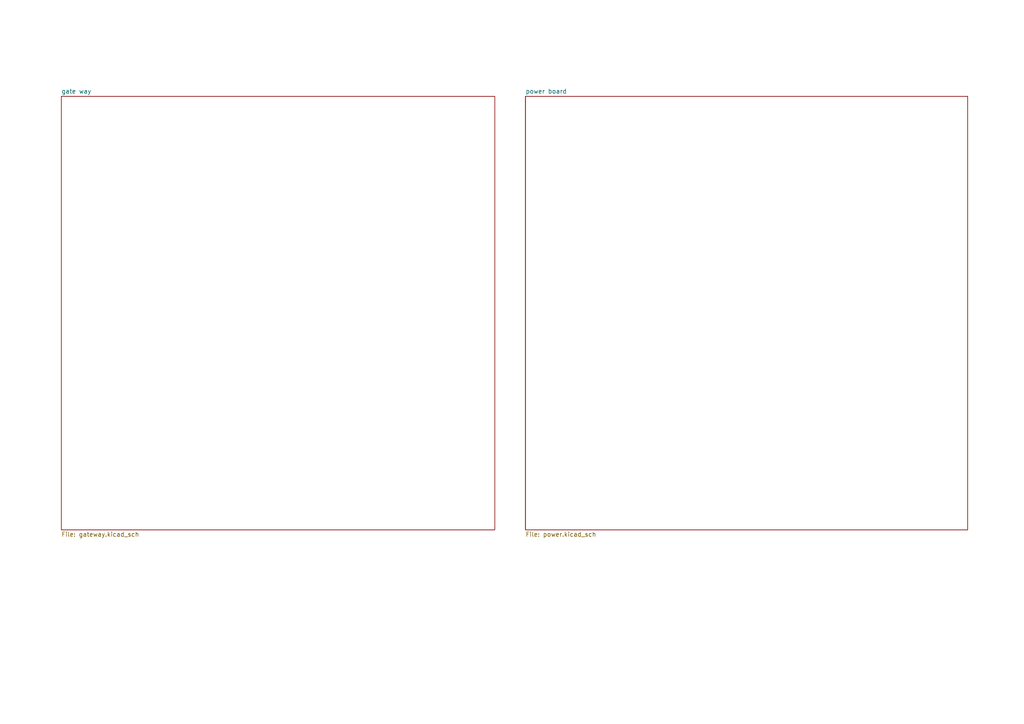
<source format=kicad_sch>
(kicad_sch
	(version 20250114)
	(generator "eeschema")
	(generator_version "9.0")
	(uuid "28dd5718-f0db-4cd1-9b2d-c2f5533a75a3")
	(paper "A4")
	(title_block
		(title "GENERAL  DESIGN SHEET")
		(company "AdeMNEA IoT-ra")
		(comment 1 "Designed By TN Muhanguzi")
		(comment 2 "For MPSE Research at Makerere University")
	)
	(lib_symbols)
	(sheet
		(at 152.4 27.94)
		(size 128.27 125.73)
		(exclude_from_sim no)
		(in_bom yes)
		(on_board yes)
		(dnp no)
		(fields_autoplaced yes)
		(stroke
			(width 0.1524)
			(type solid)
		)
		(fill
			(color 0 0 0 0.0000)
		)
		(uuid "4ecbf471-21e7-4b8d-82a4-6ddc1c8d89c4")
		(property "Sheetname" "power board"
			(at 152.4 27.2284 0)
			(effects
				(font
					(size 1.27 1.27)
				)
				(justify left bottom)
			)
		)
		(property "Sheetfile" "power.kicad_sch"
			(at 152.4 154.2546 0)
			(effects
				(font
					(size 1.27 1.27)
				)
				(justify left top)
			)
		)
		(instances
			(project "AWS PROJECT"
				(path "/28dd5718-f0db-4cd1-9b2d-c2f5533a75a3"
					(page "3")
				)
			)
		)
	)
	(sheet
		(at 17.78 27.94)
		(size 125.73 125.73)
		(exclude_from_sim no)
		(in_bom yes)
		(on_board yes)
		(dnp no)
		(fields_autoplaced yes)
		(stroke
			(width 0.1524)
			(type solid)
		)
		(fill
			(color 0 0 0 0.0000)
		)
		(uuid "918a84d0-2382-4e9e-a083-abfab5a808df")
		(property "Sheetname" "gate way"
			(at 17.78 27.2284 0)
			(effects
				(font
					(size 1.27 1.27)
				)
				(justify left bottom)
			)
		)
		(property "Sheetfile" "gateway.kicad_sch"
			(at 17.78 154.2546 0)
			(effects
				(font
					(size 1.27 1.27)
				)
				(justify left top)
			)
		)
		(instances
			(project "AWS PROJECT"
				(path "/28dd5718-f0db-4cd1-9b2d-c2f5533a75a3"
					(page "2")
				)
			)
		)
	)
	(sheet_instances
		(path "/"
			(page "1")
		)
	)
	(embedded_fonts no)
)

</source>
